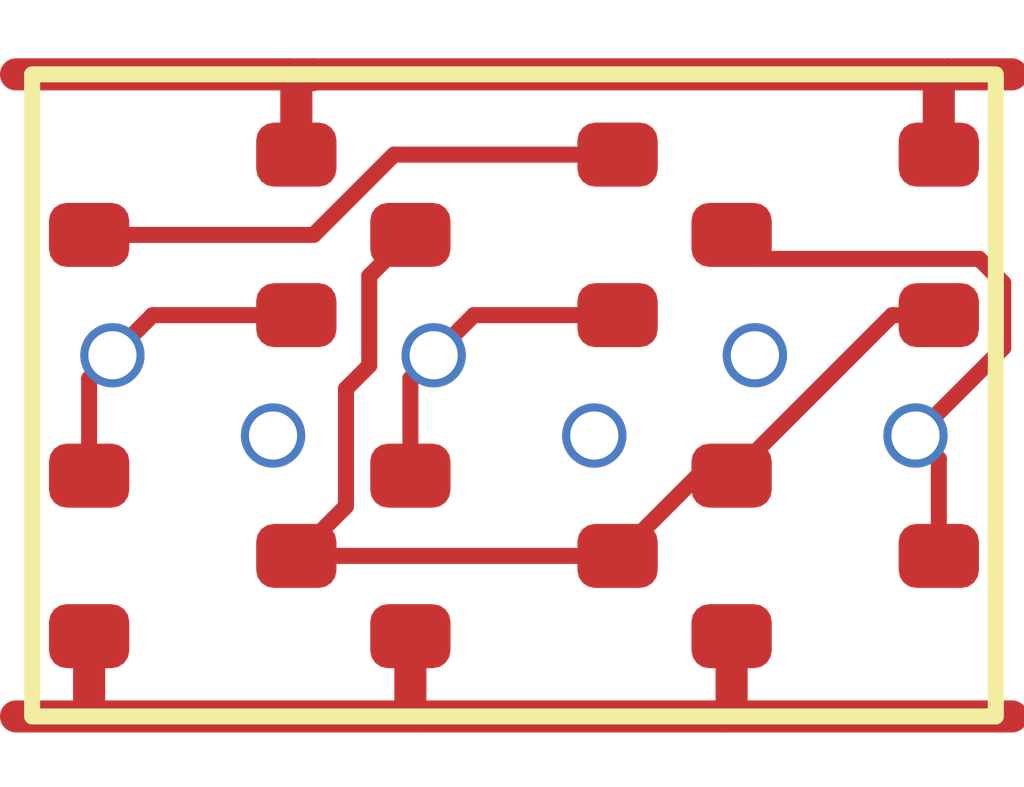
<source format=kicad_pcb>
(kicad_pcb (version 20241229) (generator "pcbnew") (generator_version "9.0")
  (layers (0 "F.Cu" signal) (2 "B.Cu" signal) (13 "F.Paste" user) (15 "B.Paste" user) (5 "F.SilkS" user "F.Silkscreen") (7 "B.SilkS" user "B.Silkscreen") (1 "F.Mask" user) (3 "B.Mask" user) (25 "Edge.Cuts" user))
  (net 0 "")
  (net 1 "Y")
  (net 2 "GND")
  (net 3 "A1")
  (net 4 "VDD")
  (net 5 "nand1.int1")
  (net 6 "A2")
  (net 7 "nY")
  (footprint "RV523:SOT523" (layer "F.Cu") (at 5 3)
    (property "Reference" "not1.P1" (hide yes))
    (property "Value" "PMOS" (hide yes))
    (pad "1" smd roundrect (at -0.645 -0.5 180) (size 0.5 0.399) (layers "F.Cu" "F.Mask" "F.Paste") (roundrect_rratio 0.275) (net 7 "nY"))
    (pad "2" smd roundrect (at -0.645 0.5 180) (size 0.5 0.399) (layers "F.Cu" "F.Mask" "F.Paste") (roundrect_rratio 0.275) (net 4 "VDD"))
    (pad "3" smd roundrect (at 0.645 0 180) (size 0.5 0.399) (layers "F.Cu" "F.Mask" "F.Paste") (roundrect_rratio 0.275) (net 1 "Y"))
  )
  (footprint "RV523:SOT523" (layer "F.Cu") (at 3 1 180)
    (property "Reference" "nand1.N2" (hide yes))
    (property "Value" "NMOS" (hide yes))
    (pad "1" smd roundrect (at -0.645 -0.5) (size 0.5 0.399) (layers "F.Cu" "F.Mask" "F.Paste") (roundrect_rratio 0.275) (net 6 "A2"))
    (pad "2" smd roundrect (at -0.645 0.5) (size 0.5 0.399) (layers "F.Cu" "F.Mask" "F.Paste") (roundrect_rratio 0.275) (net 5 "nand1.int1"))
    (pad "3" smd roundrect (at 0.645 0) (size 0.5 0.399) (layers "F.Cu" "F.Mask" "F.Paste") (roundrect_rratio 0.275) (net 7 "nY"))
  )
  (footprint "RV523:SOT523" (layer "F.Cu") (at 1 1 180)
    (property "Reference" "nand1.N1" (hide yes))
    (property "Value" "NMOS" (hide yes))
    (pad "1" smd roundrect (at -0.645 -0.5) (size 0.5 0.399) (layers "F.Cu" "F.Mask" "F.Paste") (roundrect_rratio 0.275) (net 3 "A1"))
    (pad "2" smd roundrect (at -0.645 0.5) (size 0.5 0.399) (layers "F.Cu" "F.Mask" "F.Paste") (roundrect_rratio 0.275) (net 2 "GND"))
    (pad "3" smd roundrect (at 0.645 0) (size 0.5 0.399) (layers "F.Cu" "F.Mask" "F.Paste") (roundrect_rratio 0.275) (net 5 "nand1.int1"))
  )
  (footprint "RV523:SOT523" (layer "F.Cu") (at 3 3)
    (property "Reference" "nand1.P2" (hide yes))
    (property "Value" "PMOS" (hide yes))
    (pad "1" smd roundrect (at -0.645 -0.5 180) (size 0.5 0.399) (layers "F.Cu" "F.Mask" "F.Paste") (roundrect_rratio 0.275) (net 6 "A2"))
    (pad "2" smd roundrect (at -0.645 0.5 180) (size 0.5 0.399) (layers "F.Cu" "F.Mask" "F.Paste") (roundrect_rratio 0.275) (net 4 "VDD"))
    (pad "3" smd roundrect (at 0.645 0 180) (size 0.5 0.399) (layers "F.Cu" "F.Mask" "F.Paste") (roundrect_rratio 0.275) (net 7 "nY"))
  )
  (footprint "RV523:SOT523" (layer "F.Cu") (at 5 1 180)
    (property "Reference" "not1.N1" (hide yes))
    (property "Value" "NMOS" (hide yes))
    (pad "1" smd roundrect (at -0.645 -0.5) (size 0.5 0.399) (layers "F.Cu" "F.Mask" "F.Paste") (roundrect_rratio 0.275) (net 7 "nY"))
    (pad "2" smd roundrect (at -0.645 0.5) (size 0.5 0.399) (layers "F.Cu" "F.Mask" "F.Paste") (roundrect_rratio 0.275) (net 2 "GND"))
    (pad "3" smd roundrect (at 0.645 0) (size 0.5 0.399) (layers "F.Cu" "F.Mask" "F.Paste") (roundrect_rratio 0.275) (net 1 "Y"))
  )
  (footprint "RV523:SOT523" (layer "F.Cu") (at 1 3)
    (property "Reference" "nand1.P1" (hide yes))
    (property "Value" "PMOS" (hide yes))
    (pad "1" smd roundrect (at -0.645 -0.5 180) (size 0.5 0.399) (layers "F.Cu" "F.Mask" "F.Paste") (roundrect_rratio 0.275) (net 3 "A1"))
    (pad "2" smd roundrect (at -0.645 0.5 180) (size 0.5 0.399) (layers "F.Cu" "F.Mask" "F.Paste") (roundrect_rratio 0.275) (net 4 "VDD"))
    (pad "3" smd roundrect (at 0.645 0 180) (size 0.5 0.399) (layers "F.Cu" "F.Mask" "F.Paste") (roundrect_rratio 0.275) (net 7 "nY"))
  )
  (gr_rect (start 0 0) (end 6 4) (stroke (width 0.1)) (fill no) (layer "F.SilkS"))
  (via (at 3.5 2.25) (size 0.4) (drill 0.3) (layers "F.Cu" "B.Cu") (net 0))
  (via (at 1.5 2.25) (size 0.4) (drill 0.3) (layers "F.Cu" "B.Cu") (net 0))
  (via (at 4.5 1.75) (size 0.4) (drill 0.3) (layers "F.Cu" "B.Cu") (net 0))
  (segment (start 6.046 1.704) (end 5.5 2.25) (width 0.1) (layer "F.Cu") (net 1))
  (segment (start 6.046 1.299188) (end 6.046 1.704) (width 0.1) (layer "F.Cu") (net 1))
  (segment (start 5.645 2.395) (end 5.5 2.25) (width 0.1) (layer "F.Cu") (net 1))
  (segment (start 4.355 1) (end 4.5045 1.1495) (width 0.1) (layer "F.Cu") (net 1))
  (segment (start 5.896312 1.1495) (end 6.046 1.299188) (width 0.1) (layer "F.Cu") (net 1))
  (segment (start 4.5045 1.1495) (end 5.896312 1.1495) (width 0.1) (layer "F.Cu") (net 1))
  (segment (start 5.645 3) (end 5.645 2.395) (width 0.1) (layer "F.Cu") (net 1))
  (via (at 5.5 2.25) (size 0.4) (drill 0.3) (layers "F.Cu" "B.Cu") (net 1))
  (segment (start 1.6 0) (end 1.75 0) (width 0.2) (layer "F.Cu") (net 2))
  (segment (start 5.7 0) (end 6.1 0) (width 0.2) (layer "F.Cu") (net 2))
  (segment (start 1.645 0.045) (end 1.6 0) (width 0.2) (layer "F.Cu") (net 2))
  (segment (start 5.645 0.055) (end 5.7 0) (width 0.2) (layer "F.Cu") (net 2))
  (segment (start 1.645 0.5) (end 1.645 0.045) (width 0.2) (layer "F.Cu") (net 2))
  (segment (start -0.1 0) (end 1.6 0) (width 0.2) (layer "F.Cu") (net 2))
  (segment (start 1.745 0.005) (end 1.75 0) (width 0.2) (layer "F.Cu") (net 2))
  (segment (start 1.75 0) (end 5.7 0) (width 0.2) (layer "F.Cu") (net 2))
  (segment (start 5.645 0.5) (end 5.645 0.055) (width 0.2) (layer "F.Cu") (net 2))
  (segment (start 0.75 1.5) (end 0.5 1.75) (width 0.1) (layer "F.Cu") (net 3))
  (segment (start 1.645 1.5) (end 0.75 1.5) (width 0.1) (layer "F.Cu") (net 3))
  (segment (start 0.355 2.5) (end 0.355 1.895) (width 0.1) (layer "F.Cu") (net 3))
  (segment (start 0.355 1.895) (end 0.5 1.75) (width 0.1) (layer "F.Cu") (net 3))
  (via (at 0.5 1.75) (size 0.4) (drill 0.3) (layers "F.Cu" "B.Cu") (net 3))
  (segment (start 2.355 3.5) (end 2.355 3.955) (width 0.2) (layer "F.Cu") (net 4))
  (segment (start 4.355 3.945) (end 4.3 4) (width 0.2) (layer "F.Cu") (net 4))
  (segment (start 0.355 3.5) (end 0.355 3.895) (width 0.2) (layer "F.Cu") (net 4))
  (segment (start 4.355 3.5) (end 4.355 3.945) (width 0.2) (layer "F.Cu") (net 4))
  (segment (start 2.4 4) (end 4.3 4) (width 0.2) (layer "F.Cu") (net 4))
  (segment (start 4.3 4) (end 6.1 4) (width 0.2) (layer "F.Cu") (net 4))
  (segment (start -0.1 4) (end 2.4 4) (width 0.2) (layer "F.Cu") (net 4))
  (segment (start 2.355 3.955) (end 2.4 4) (width 0.2) (layer "F.Cu") (net 4))
  (segment (start 1.753188 1) (end 2.253188 0.5) (width 0.1) (layer "F.Cu") (net 5))
  (segment (start 0.355 1) (end 1.753188 1) (width 0.1) (layer "F.Cu") (net 5))
  (segment (start 2.253188 0.5) (end 3.645 0.5) (width 0.1) (layer "F.Cu") (net 5))
  (segment (start 2.355 1.895) (end 2.5 1.75) (width 0.1) (layer "F.Cu") (net 6))
  (segment (start 2.355 2.5) (end 2.355 1.895) (width 0.1) (layer "F.Cu") (net 6))
  (segment (start 3.645 1.5) (end 2.75 1.5) (width 0.1) (layer "F.Cu") (net 6))
  (segment (start 2.75 1.5) (end 2.5 1.75) (width 0.1) (layer "F.Cu") (net 6))
  (via (at 2.5 1.75) (size 0.4) (drill 0.3) (layers "F.Cu" "B.Cu") (net 6))
  (segment (start 4.145 2.5) (end 3.645 3) (width 0.1) (layer "F.Cu") (net 7))
  (segment (start 5.355 1.5) (end 4.355 2.5) (width 0.1) (layer "F.Cu") (net 7))
  (segment (start 1.954 1.959) (end 2.099 1.814) (width 0.1) (layer "F.Cu") (net 7))
  (segment (start 4.355 2.5) (end 4.145 2.5) (width 0.1) (layer "F.Cu") (net 7))
  (segment (start 5.645 1.5) (end 5.355 1.5) (width 0.1) (layer "F.Cu") (net 7))
  (segment (start 2.099 1.256) (end 2.355 1) (width 0.1) (layer "F.Cu") (net 7))
  (segment (start 1.954 2.691) (end 1.954 1.959) (width 0.1) (layer "F.Cu") (net 7))
  (segment (start 1.645 3) (end 1.954 2.691) (width 0.1) (layer "F.Cu") (net 7))
  (segment (start 3.645 3) (end 1.645 3) (width 0.1) (layer "F.Cu") (net 7))
  (segment (start 2.099 1.814) (end 2.099 1.256) (width 0.1) (layer "F.Cu") (net 7))
)
</source>
